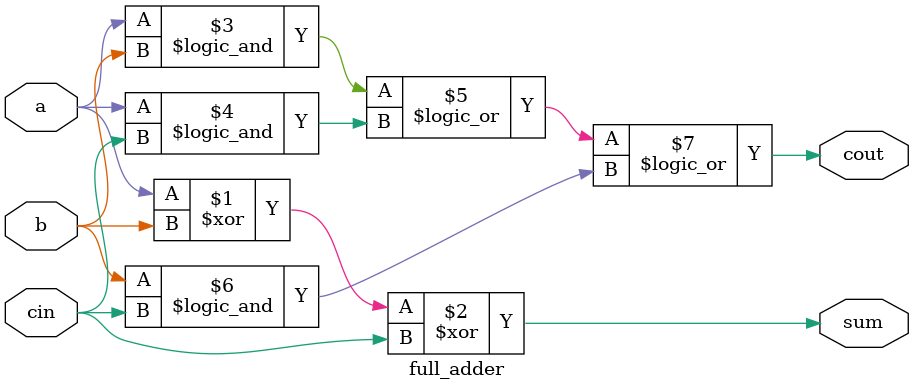
<source format=v>
module full_adder(a, b, cin, sum, cout);

	input a, b, cin;
	output sum, cout;
	
	assign sum = (a ^ b) ^ cin;
	assign cout = (a && b) || (a && cin) || (b && cin);
	
endmodule

</source>
